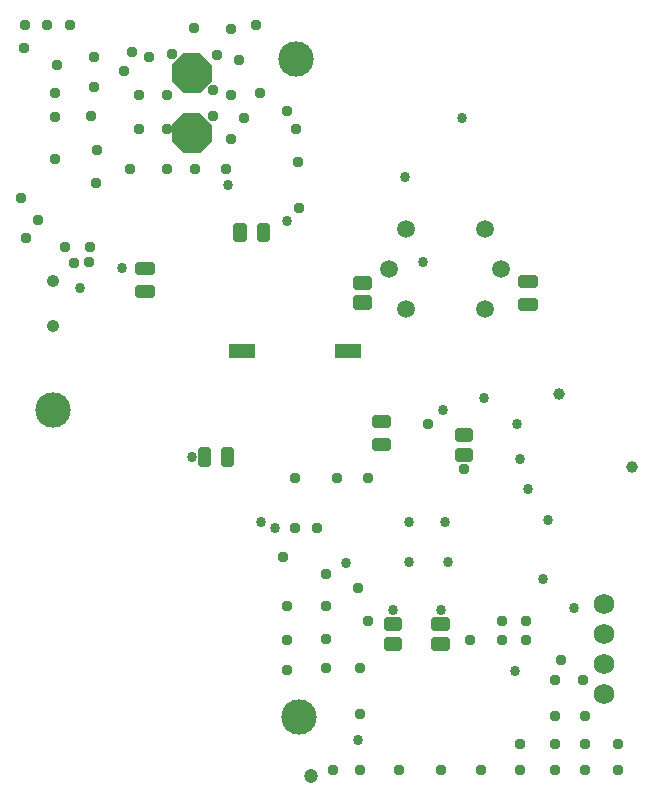
<source format=gbr>
G04 EAGLE Gerber RS-274X export*
G75*
%MOMM*%
%FSLAX34Y34*%
%LPD*%
%INSoldermask Bottom*%
%IPPOS*%
%AMOC8*
5,1,8,0,0,1.08239X$1,22.5*%
G01*
%ADD10C,0.643919*%
%ADD11C,1.511200*%
%ADD12R,2.209800X1.295400*%
%ADD13C,1.003200*%
%ADD14C,1.733200*%
%ADD15P,3.629037X8X22.500000*%
%ADD16C,0.701791*%
%ADD17C,1.053200*%
%ADD18C,1.200000*%
%ADD19C,3.003200*%
%ADD20C,0.859600*%
%ADD21C,0.959600*%

G36*
X308402Y962103D02*
X308402Y962103D01*
X308404Y962101D01*
X308795Y962132D01*
X308799Y962136D01*
X308802Y962133D01*
X309184Y962224D01*
X309188Y962229D01*
X309192Y962227D01*
X309554Y962377D01*
X309557Y962382D01*
X309561Y962380D01*
X309895Y962585D01*
X309897Y962590D01*
X309901Y962590D01*
X310200Y962845D01*
X310201Y962850D01*
X310205Y962850D01*
X310460Y963149D01*
X310461Y963155D01*
X310465Y963155D01*
X310670Y963489D01*
X310669Y963495D01*
X310674Y963496D01*
X310824Y963858D01*
X310823Y963860D01*
X310824Y963860D01*
X310822Y963863D01*
X310822Y963864D01*
X310826Y963866D01*
X310917Y964248D01*
X310915Y964253D01*
X310917Y964254D01*
X310918Y964255D01*
X310949Y964646D01*
X310947Y964649D01*
X310949Y964650D01*
X310949Y970150D01*
X310947Y970152D01*
X310949Y970154D01*
X310918Y970545D01*
X310914Y970549D01*
X310917Y970552D01*
X310826Y970934D01*
X310821Y970938D01*
X310824Y970942D01*
X310674Y971304D01*
X310668Y971307D01*
X310670Y971311D01*
X310465Y971645D01*
X310460Y971647D01*
X310460Y971651D01*
X310205Y971950D01*
X310200Y971951D01*
X310200Y971955D01*
X309901Y972210D01*
X309895Y972211D01*
X309895Y972215D01*
X309561Y972420D01*
X309555Y972419D01*
X309554Y972424D01*
X309192Y972574D01*
X309186Y972572D01*
X309184Y972576D01*
X308802Y972667D01*
X308795Y972664D01*
X308791Y972668D01*
X299600Y972699D01*
X299598Y972697D01*
X299596Y972699D01*
X299205Y972668D01*
X299201Y972664D01*
X299198Y972667D01*
X298816Y972576D01*
X298812Y972571D01*
X298808Y972574D01*
X298446Y972424D01*
X298443Y972418D01*
X298439Y972420D01*
X298105Y972215D01*
X298103Y972210D01*
X298099Y972210D01*
X297800Y971955D01*
X297799Y971950D01*
X297795Y971950D01*
X297540Y971651D01*
X297539Y971645D01*
X297535Y971645D01*
X297330Y971311D01*
X297331Y971305D01*
X297327Y971304D01*
X297177Y970942D01*
X297178Y970936D01*
X297174Y970934D01*
X297083Y970552D01*
X297085Y970547D01*
X297082Y970545D01*
X297051Y970154D01*
X297053Y970151D01*
X297051Y970150D01*
X297051Y964650D01*
X297053Y964648D01*
X297051Y964646D01*
X297082Y964255D01*
X297086Y964251D01*
X297083Y964248D01*
X297174Y963866D01*
X297179Y963862D01*
X297177Y963858D01*
X297327Y963496D01*
X297332Y963493D01*
X297330Y963489D01*
X297535Y963155D01*
X297540Y963153D01*
X297540Y963149D01*
X297795Y962850D01*
X297800Y962849D01*
X297800Y962845D01*
X298099Y962590D01*
X298105Y962589D01*
X298105Y962585D01*
X298439Y962380D01*
X298445Y962381D01*
X298446Y962377D01*
X298808Y962227D01*
X298814Y962228D01*
X298816Y962224D01*
X299198Y962133D01*
X299205Y962136D01*
X299209Y962132D01*
X308400Y962101D01*
X308402Y962103D01*
G37*
G36*
X308402Y945303D02*
X308402Y945303D01*
X308404Y945301D01*
X308795Y945332D01*
X308799Y945336D01*
X308802Y945333D01*
X309184Y945424D01*
X309188Y945429D01*
X309192Y945427D01*
X309554Y945577D01*
X309557Y945582D01*
X309561Y945580D01*
X309895Y945785D01*
X309897Y945790D01*
X309901Y945790D01*
X310200Y946045D01*
X310201Y946050D01*
X310205Y946050D01*
X310460Y946349D01*
X310461Y946355D01*
X310465Y946355D01*
X310670Y946689D01*
X310669Y946695D01*
X310674Y946696D01*
X310824Y947058D01*
X310823Y947060D01*
X310824Y947060D01*
X310822Y947063D01*
X310822Y947064D01*
X310826Y947066D01*
X310917Y947448D01*
X310915Y947453D01*
X310917Y947454D01*
X310918Y947455D01*
X310949Y947846D01*
X310947Y947849D01*
X310949Y947850D01*
X310949Y953350D01*
X310947Y953352D01*
X310949Y953354D01*
X310918Y953745D01*
X310914Y953749D01*
X310917Y953752D01*
X310826Y954134D01*
X310821Y954138D01*
X310824Y954142D01*
X310674Y954504D01*
X310668Y954507D01*
X310670Y954511D01*
X310465Y954845D01*
X310460Y954847D01*
X310460Y954851D01*
X310205Y955150D01*
X310200Y955151D01*
X310200Y955155D01*
X309901Y955410D01*
X309895Y955411D01*
X309895Y955415D01*
X309561Y955620D01*
X309555Y955619D01*
X309554Y955624D01*
X309192Y955774D01*
X309186Y955772D01*
X309184Y955776D01*
X308802Y955867D01*
X308795Y955864D01*
X308791Y955868D01*
X299600Y955899D01*
X299598Y955897D01*
X299596Y955899D01*
X299205Y955868D01*
X299201Y955864D01*
X299198Y955867D01*
X298816Y955776D01*
X298812Y955771D01*
X298808Y955774D01*
X298446Y955624D01*
X298443Y955618D01*
X298439Y955620D01*
X298105Y955415D01*
X298103Y955410D01*
X298099Y955410D01*
X297800Y955155D01*
X297799Y955150D01*
X297795Y955150D01*
X297540Y954851D01*
X297539Y954845D01*
X297535Y954845D01*
X297330Y954511D01*
X297331Y954505D01*
X297327Y954504D01*
X297177Y954142D01*
X297178Y954136D01*
X297174Y954134D01*
X297083Y953752D01*
X297085Y953747D01*
X297082Y953745D01*
X297051Y953354D01*
X297053Y953351D01*
X297051Y953350D01*
X297051Y947850D01*
X297053Y947848D01*
X297051Y947846D01*
X297082Y947455D01*
X297086Y947451D01*
X297083Y947448D01*
X297174Y947066D01*
X297179Y947062D01*
X297177Y947058D01*
X297327Y946696D01*
X297332Y946693D01*
X297330Y946689D01*
X297535Y946355D01*
X297540Y946353D01*
X297540Y946349D01*
X297795Y946050D01*
X297800Y946049D01*
X297800Y946045D01*
X298099Y945790D01*
X298105Y945789D01*
X298105Y945785D01*
X298439Y945580D01*
X298445Y945581D01*
X298446Y945577D01*
X298808Y945427D01*
X298814Y945428D01*
X298816Y945424D01*
X299198Y945333D01*
X299205Y945336D01*
X299209Y945332D01*
X308400Y945301D01*
X308402Y945303D01*
G37*
G36*
X394402Y833103D02*
X394402Y833103D01*
X394404Y833101D01*
X394795Y833132D01*
X394799Y833136D01*
X394802Y833133D01*
X395184Y833224D01*
X395188Y833229D01*
X395192Y833227D01*
X395554Y833377D01*
X395557Y833382D01*
X395561Y833380D01*
X395895Y833585D01*
X395897Y833590D01*
X395901Y833590D01*
X396200Y833845D01*
X396201Y833850D01*
X396205Y833850D01*
X396460Y834149D01*
X396461Y834155D01*
X396465Y834155D01*
X396670Y834489D01*
X396669Y834495D01*
X396674Y834496D01*
X396824Y834858D01*
X396823Y834860D01*
X396824Y834860D01*
X396822Y834863D01*
X396822Y834864D01*
X396826Y834866D01*
X396917Y835248D01*
X396915Y835253D01*
X396917Y835254D01*
X396918Y835255D01*
X396949Y835646D01*
X396947Y835649D01*
X396949Y835650D01*
X396949Y841150D01*
X396947Y841152D01*
X396949Y841154D01*
X396918Y841545D01*
X396914Y841549D01*
X396917Y841552D01*
X396826Y841934D01*
X396821Y841938D01*
X396824Y841942D01*
X396674Y842304D01*
X396668Y842307D01*
X396670Y842311D01*
X396465Y842645D01*
X396460Y842647D01*
X396460Y842651D01*
X396205Y842950D01*
X396200Y842951D01*
X396200Y842955D01*
X395901Y843210D01*
X395895Y843211D01*
X395895Y843215D01*
X395561Y843420D01*
X395555Y843419D01*
X395554Y843424D01*
X395192Y843574D01*
X395186Y843572D01*
X395184Y843576D01*
X394802Y843667D01*
X394795Y843664D01*
X394791Y843668D01*
X385600Y843699D01*
X385598Y843697D01*
X385596Y843699D01*
X385205Y843668D01*
X385201Y843664D01*
X385198Y843667D01*
X384816Y843576D01*
X384812Y843571D01*
X384808Y843574D01*
X384446Y843424D01*
X384443Y843418D01*
X384439Y843420D01*
X384105Y843215D01*
X384103Y843210D01*
X384099Y843210D01*
X383800Y842955D01*
X383799Y842950D01*
X383795Y842950D01*
X383540Y842651D01*
X383539Y842645D01*
X383535Y842645D01*
X383330Y842311D01*
X383331Y842305D01*
X383327Y842304D01*
X383177Y841942D01*
X383178Y841936D01*
X383174Y841934D01*
X383083Y841552D01*
X383085Y841547D01*
X383082Y841545D01*
X383051Y841154D01*
X383053Y841151D01*
X383051Y841150D01*
X383051Y835650D01*
X383053Y835648D01*
X383051Y835646D01*
X383082Y835255D01*
X383086Y835251D01*
X383083Y835248D01*
X383174Y834866D01*
X383179Y834862D01*
X383177Y834858D01*
X383327Y834496D01*
X383332Y834493D01*
X383330Y834489D01*
X383535Y834155D01*
X383540Y834153D01*
X383540Y834149D01*
X383795Y833850D01*
X383800Y833849D01*
X383800Y833845D01*
X384099Y833590D01*
X384105Y833589D01*
X384105Y833585D01*
X384439Y833380D01*
X384445Y833381D01*
X384446Y833377D01*
X384808Y833227D01*
X384814Y833228D01*
X384816Y833224D01*
X385198Y833133D01*
X385205Y833136D01*
X385209Y833132D01*
X394400Y833101D01*
X394402Y833103D01*
G37*
G36*
X394402Y816303D02*
X394402Y816303D01*
X394404Y816301D01*
X394795Y816332D01*
X394799Y816336D01*
X394802Y816333D01*
X395184Y816424D01*
X395188Y816429D01*
X395192Y816427D01*
X395554Y816577D01*
X395557Y816582D01*
X395561Y816580D01*
X395895Y816785D01*
X395897Y816790D01*
X395901Y816790D01*
X396200Y817045D01*
X396201Y817050D01*
X396205Y817050D01*
X396460Y817349D01*
X396461Y817355D01*
X396465Y817355D01*
X396670Y817689D01*
X396669Y817695D01*
X396674Y817696D01*
X396824Y818058D01*
X396823Y818060D01*
X396824Y818060D01*
X396822Y818063D01*
X396822Y818064D01*
X396826Y818066D01*
X396917Y818448D01*
X396915Y818453D01*
X396917Y818454D01*
X396918Y818455D01*
X396949Y818846D01*
X396947Y818849D01*
X396949Y818850D01*
X396949Y824350D01*
X396947Y824352D01*
X396949Y824354D01*
X396918Y824745D01*
X396914Y824749D01*
X396917Y824752D01*
X396826Y825134D01*
X396821Y825138D01*
X396824Y825142D01*
X396674Y825504D01*
X396668Y825507D01*
X396670Y825511D01*
X396465Y825845D01*
X396460Y825847D01*
X396460Y825851D01*
X396205Y826150D01*
X396200Y826151D01*
X396200Y826155D01*
X395901Y826410D01*
X395895Y826411D01*
X395895Y826415D01*
X395561Y826620D01*
X395555Y826619D01*
X395554Y826624D01*
X395192Y826774D01*
X395186Y826772D01*
X395184Y826776D01*
X394802Y826867D01*
X394795Y826864D01*
X394791Y826868D01*
X385600Y826899D01*
X385598Y826897D01*
X385596Y826899D01*
X385205Y826868D01*
X385201Y826864D01*
X385198Y826867D01*
X384816Y826776D01*
X384812Y826771D01*
X384808Y826774D01*
X384446Y826624D01*
X384443Y826618D01*
X384439Y826620D01*
X384105Y826415D01*
X384103Y826410D01*
X384099Y826410D01*
X383800Y826155D01*
X383799Y826150D01*
X383795Y826150D01*
X383540Y825851D01*
X383539Y825845D01*
X383535Y825845D01*
X383330Y825511D01*
X383331Y825505D01*
X383327Y825504D01*
X383177Y825142D01*
X383178Y825136D01*
X383174Y825134D01*
X383083Y824752D01*
X383085Y824747D01*
X383082Y824745D01*
X383051Y824354D01*
X383053Y824351D01*
X383051Y824350D01*
X383051Y818850D01*
X383053Y818848D01*
X383051Y818846D01*
X383082Y818455D01*
X383086Y818451D01*
X383083Y818448D01*
X383174Y818066D01*
X383179Y818062D01*
X383177Y818058D01*
X383327Y817696D01*
X383332Y817693D01*
X383330Y817689D01*
X383535Y817355D01*
X383540Y817353D01*
X383540Y817349D01*
X383795Y817050D01*
X383800Y817049D01*
X383800Y817045D01*
X384099Y816790D01*
X384105Y816789D01*
X384105Y816785D01*
X384439Y816580D01*
X384445Y816581D01*
X384446Y816577D01*
X384808Y816427D01*
X384814Y816428D01*
X384816Y816424D01*
X385198Y816333D01*
X385205Y816336D01*
X385209Y816332D01*
X394400Y816301D01*
X394402Y816303D01*
G37*
G36*
X334402Y673103D02*
X334402Y673103D01*
X334404Y673101D01*
X334795Y673132D01*
X334799Y673136D01*
X334802Y673133D01*
X335184Y673224D01*
X335188Y673229D01*
X335192Y673227D01*
X335554Y673377D01*
X335557Y673382D01*
X335561Y673380D01*
X335895Y673585D01*
X335897Y673590D01*
X335901Y673590D01*
X336200Y673845D01*
X336201Y673850D01*
X336205Y673850D01*
X336460Y674149D01*
X336461Y674155D01*
X336465Y674155D01*
X336670Y674489D01*
X336669Y674495D01*
X336674Y674496D01*
X336824Y674858D01*
X336823Y674860D01*
X336824Y674860D01*
X336822Y674863D01*
X336822Y674864D01*
X336826Y674866D01*
X336917Y675248D01*
X336915Y675253D01*
X336917Y675254D01*
X336918Y675255D01*
X336949Y675646D01*
X336947Y675649D01*
X336949Y675650D01*
X336949Y681150D01*
X336947Y681152D01*
X336949Y681154D01*
X336918Y681545D01*
X336914Y681549D01*
X336917Y681552D01*
X336826Y681934D01*
X336821Y681938D01*
X336824Y681942D01*
X336674Y682304D01*
X336668Y682307D01*
X336670Y682311D01*
X336465Y682645D01*
X336460Y682647D01*
X336460Y682651D01*
X336205Y682950D01*
X336200Y682951D01*
X336200Y682955D01*
X335901Y683210D01*
X335895Y683211D01*
X335895Y683215D01*
X335561Y683420D01*
X335555Y683419D01*
X335554Y683424D01*
X335192Y683574D01*
X335186Y683572D01*
X335184Y683576D01*
X334802Y683667D01*
X334795Y683664D01*
X334791Y683668D01*
X325600Y683699D01*
X325598Y683697D01*
X325596Y683699D01*
X325205Y683668D01*
X325201Y683664D01*
X325198Y683667D01*
X324816Y683576D01*
X324812Y683571D01*
X324808Y683574D01*
X324446Y683424D01*
X324443Y683418D01*
X324439Y683420D01*
X324105Y683215D01*
X324103Y683210D01*
X324099Y683210D01*
X323800Y682955D01*
X323799Y682950D01*
X323795Y682950D01*
X323540Y682651D01*
X323539Y682645D01*
X323535Y682645D01*
X323330Y682311D01*
X323331Y682305D01*
X323327Y682304D01*
X323177Y681942D01*
X323178Y681936D01*
X323174Y681934D01*
X323083Y681552D01*
X323085Y681547D01*
X323082Y681545D01*
X323051Y681154D01*
X323053Y681151D01*
X323051Y681150D01*
X323051Y675650D01*
X323053Y675648D01*
X323051Y675646D01*
X323082Y675255D01*
X323086Y675251D01*
X323083Y675248D01*
X323174Y674866D01*
X323179Y674862D01*
X323177Y674858D01*
X323327Y674496D01*
X323332Y674493D01*
X323330Y674489D01*
X323535Y674155D01*
X323540Y674153D01*
X323540Y674149D01*
X323795Y673850D01*
X323800Y673849D01*
X323800Y673845D01*
X324099Y673590D01*
X324105Y673589D01*
X324105Y673585D01*
X324439Y673380D01*
X324445Y673381D01*
X324446Y673377D01*
X324808Y673227D01*
X324814Y673228D01*
X324816Y673224D01*
X325198Y673133D01*
X325205Y673136D01*
X325209Y673132D01*
X334400Y673101D01*
X334402Y673103D01*
G37*
G36*
X374402Y673103D02*
X374402Y673103D01*
X374404Y673101D01*
X374795Y673132D01*
X374799Y673136D01*
X374802Y673133D01*
X375184Y673224D01*
X375188Y673229D01*
X375192Y673227D01*
X375554Y673377D01*
X375557Y673382D01*
X375561Y673380D01*
X375895Y673585D01*
X375897Y673590D01*
X375901Y673590D01*
X376200Y673845D01*
X376201Y673850D01*
X376205Y673850D01*
X376460Y674149D01*
X376461Y674155D01*
X376465Y674155D01*
X376670Y674489D01*
X376669Y674495D01*
X376674Y674496D01*
X376824Y674858D01*
X376823Y674860D01*
X376824Y674860D01*
X376822Y674863D01*
X376822Y674864D01*
X376826Y674866D01*
X376917Y675248D01*
X376915Y675253D01*
X376917Y675254D01*
X376918Y675255D01*
X376949Y675646D01*
X376947Y675649D01*
X376949Y675650D01*
X376949Y681150D01*
X376947Y681152D01*
X376949Y681154D01*
X376918Y681545D01*
X376914Y681549D01*
X376917Y681552D01*
X376826Y681934D01*
X376821Y681938D01*
X376824Y681942D01*
X376674Y682304D01*
X376668Y682307D01*
X376670Y682311D01*
X376465Y682645D01*
X376460Y682647D01*
X376460Y682651D01*
X376205Y682950D01*
X376200Y682951D01*
X376200Y682955D01*
X375901Y683210D01*
X375895Y683211D01*
X375895Y683215D01*
X375561Y683420D01*
X375555Y683419D01*
X375554Y683424D01*
X375192Y683574D01*
X375186Y683572D01*
X375184Y683576D01*
X374802Y683667D01*
X374795Y683664D01*
X374791Y683668D01*
X365600Y683699D01*
X365598Y683697D01*
X365596Y683699D01*
X365205Y683668D01*
X365201Y683664D01*
X365198Y683667D01*
X364816Y683576D01*
X364812Y683571D01*
X364808Y683574D01*
X364446Y683424D01*
X364443Y683418D01*
X364439Y683420D01*
X364105Y683215D01*
X364103Y683210D01*
X364099Y683210D01*
X363800Y682955D01*
X363799Y682950D01*
X363795Y682950D01*
X363540Y682651D01*
X363539Y682645D01*
X363535Y682645D01*
X363330Y682311D01*
X363331Y682305D01*
X363327Y682304D01*
X363177Y681942D01*
X363178Y681936D01*
X363174Y681934D01*
X363083Y681552D01*
X363085Y681547D01*
X363082Y681545D01*
X363051Y681154D01*
X363053Y681151D01*
X363051Y681150D01*
X363051Y675650D01*
X363053Y675648D01*
X363051Y675646D01*
X363082Y675255D01*
X363086Y675251D01*
X363083Y675248D01*
X363174Y674866D01*
X363179Y674862D01*
X363177Y674858D01*
X363327Y674496D01*
X363332Y674493D01*
X363330Y674489D01*
X363535Y674155D01*
X363540Y674153D01*
X363540Y674149D01*
X363795Y673850D01*
X363800Y673849D01*
X363800Y673845D01*
X364099Y673590D01*
X364105Y673589D01*
X364105Y673585D01*
X364439Y673380D01*
X364445Y673381D01*
X364446Y673377D01*
X364808Y673227D01*
X364814Y673228D01*
X364816Y673224D01*
X365198Y673133D01*
X365205Y673136D01*
X365209Y673132D01*
X374400Y673101D01*
X374402Y673103D01*
G37*
G36*
X334402Y656303D02*
X334402Y656303D01*
X334404Y656301D01*
X334795Y656332D01*
X334799Y656336D01*
X334802Y656333D01*
X335184Y656424D01*
X335188Y656429D01*
X335192Y656427D01*
X335554Y656577D01*
X335557Y656582D01*
X335561Y656580D01*
X335895Y656785D01*
X335897Y656790D01*
X335901Y656790D01*
X336200Y657045D01*
X336201Y657050D01*
X336205Y657050D01*
X336460Y657349D01*
X336461Y657355D01*
X336465Y657355D01*
X336670Y657689D01*
X336669Y657695D01*
X336674Y657696D01*
X336824Y658058D01*
X336823Y658060D01*
X336824Y658060D01*
X336822Y658063D01*
X336822Y658064D01*
X336826Y658066D01*
X336917Y658448D01*
X336915Y658453D01*
X336917Y658454D01*
X336918Y658455D01*
X336949Y658846D01*
X336947Y658849D01*
X336949Y658850D01*
X336949Y664350D01*
X336947Y664352D01*
X336949Y664354D01*
X336918Y664745D01*
X336914Y664749D01*
X336917Y664752D01*
X336826Y665134D01*
X336821Y665138D01*
X336824Y665142D01*
X336674Y665504D01*
X336668Y665507D01*
X336670Y665511D01*
X336465Y665845D01*
X336460Y665847D01*
X336460Y665851D01*
X336205Y666150D01*
X336200Y666151D01*
X336200Y666155D01*
X335901Y666410D01*
X335895Y666411D01*
X335895Y666415D01*
X335561Y666620D01*
X335555Y666619D01*
X335554Y666624D01*
X335192Y666774D01*
X335186Y666772D01*
X335184Y666776D01*
X334802Y666867D01*
X334795Y666864D01*
X334791Y666868D01*
X325600Y666899D01*
X325598Y666897D01*
X325596Y666899D01*
X325205Y666868D01*
X325201Y666864D01*
X325198Y666867D01*
X324816Y666776D01*
X324812Y666771D01*
X324808Y666774D01*
X324446Y666624D01*
X324443Y666618D01*
X324439Y666620D01*
X324105Y666415D01*
X324103Y666410D01*
X324099Y666410D01*
X323800Y666155D01*
X323799Y666150D01*
X323795Y666150D01*
X323540Y665851D01*
X323539Y665845D01*
X323535Y665845D01*
X323330Y665511D01*
X323331Y665505D01*
X323327Y665504D01*
X323177Y665142D01*
X323178Y665136D01*
X323174Y665134D01*
X323083Y664752D01*
X323085Y664747D01*
X323082Y664745D01*
X323051Y664354D01*
X323053Y664351D01*
X323051Y664350D01*
X323051Y658850D01*
X323053Y658848D01*
X323051Y658846D01*
X323082Y658455D01*
X323086Y658451D01*
X323083Y658448D01*
X323174Y658066D01*
X323179Y658062D01*
X323177Y658058D01*
X323327Y657696D01*
X323332Y657693D01*
X323330Y657689D01*
X323535Y657355D01*
X323540Y657353D01*
X323540Y657349D01*
X323795Y657050D01*
X323800Y657049D01*
X323800Y657045D01*
X324099Y656790D01*
X324105Y656789D01*
X324105Y656785D01*
X324439Y656580D01*
X324445Y656581D01*
X324446Y656577D01*
X324808Y656427D01*
X324814Y656428D01*
X324816Y656424D01*
X325198Y656333D01*
X325205Y656336D01*
X325209Y656332D01*
X334400Y656301D01*
X334402Y656303D01*
G37*
G36*
X374402Y656303D02*
X374402Y656303D01*
X374404Y656301D01*
X374795Y656332D01*
X374799Y656336D01*
X374802Y656333D01*
X375184Y656424D01*
X375188Y656429D01*
X375192Y656427D01*
X375554Y656577D01*
X375557Y656582D01*
X375561Y656580D01*
X375895Y656785D01*
X375897Y656790D01*
X375901Y656790D01*
X376200Y657045D01*
X376201Y657050D01*
X376205Y657050D01*
X376460Y657349D01*
X376461Y657355D01*
X376465Y657355D01*
X376670Y657689D01*
X376669Y657695D01*
X376674Y657696D01*
X376824Y658058D01*
X376823Y658060D01*
X376824Y658060D01*
X376822Y658063D01*
X376822Y658064D01*
X376826Y658066D01*
X376917Y658448D01*
X376915Y658453D01*
X376917Y658454D01*
X376918Y658455D01*
X376949Y658846D01*
X376947Y658849D01*
X376949Y658850D01*
X376949Y664350D01*
X376947Y664352D01*
X376949Y664354D01*
X376918Y664745D01*
X376914Y664749D01*
X376917Y664752D01*
X376826Y665134D01*
X376821Y665138D01*
X376824Y665142D01*
X376674Y665504D01*
X376668Y665507D01*
X376670Y665511D01*
X376465Y665845D01*
X376460Y665847D01*
X376460Y665851D01*
X376205Y666150D01*
X376200Y666151D01*
X376200Y666155D01*
X375901Y666410D01*
X375895Y666411D01*
X375895Y666415D01*
X375561Y666620D01*
X375555Y666619D01*
X375554Y666624D01*
X375192Y666774D01*
X375186Y666772D01*
X375184Y666776D01*
X374802Y666867D01*
X374795Y666864D01*
X374791Y666868D01*
X365600Y666899D01*
X365598Y666897D01*
X365596Y666899D01*
X365205Y666868D01*
X365201Y666864D01*
X365198Y666867D01*
X364816Y666776D01*
X364812Y666771D01*
X364808Y666774D01*
X364446Y666624D01*
X364443Y666618D01*
X364439Y666620D01*
X364105Y666415D01*
X364103Y666410D01*
X364099Y666410D01*
X363800Y666155D01*
X363799Y666150D01*
X363795Y666150D01*
X363540Y665851D01*
X363539Y665845D01*
X363535Y665845D01*
X363330Y665511D01*
X363331Y665505D01*
X363327Y665504D01*
X363177Y665142D01*
X363178Y665136D01*
X363174Y665134D01*
X363083Y664752D01*
X363085Y664747D01*
X363082Y664745D01*
X363051Y664354D01*
X363053Y664351D01*
X363051Y664350D01*
X363051Y658850D01*
X363053Y658848D01*
X363051Y658846D01*
X363082Y658455D01*
X363086Y658451D01*
X363083Y658448D01*
X363174Y658066D01*
X363179Y658062D01*
X363177Y658058D01*
X363327Y657696D01*
X363332Y657693D01*
X363330Y657689D01*
X363535Y657355D01*
X363540Y657353D01*
X363540Y657349D01*
X363795Y657050D01*
X363800Y657049D01*
X363800Y657045D01*
X364099Y656790D01*
X364105Y656789D01*
X364105Y656785D01*
X364439Y656580D01*
X364445Y656581D01*
X364446Y656577D01*
X364808Y656427D01*
X364814Y656428D01*
X364816Y656424D01*
X365198Y656333D01*
X365205Y656336D01*
X365209Y656332D01*
X374400Y656301D01*
X374402Y656303D01*
G37*
G36*
X202402Y1002853D02*
X202402Y1002853D01*
X202404Y1002851D01*
X202748Y1002878D01*
X202752Y1002882D01*
X202756Y1002879D01*
X203092Y1002960D01*
X203095Y1002965D01*
X203099Y1002963D01*
X203418Y1003095D01*
X203421Y1003100D01*
X203425Y1003098D01*
X203719Y1003278D01*
X203721Y1003283D01*
X203725Y1003283D01*
X203988Y1003507D01*
X203989Y1003512D01*
X203994Y1003512D01*
X204218Y1003775D01*
X204218Y1003781D01*
X204222Y1003781D01*
X204402Y1004075D01*
X204401Y1004081D01*
X204406Y1004082D01*
X204538Y1004401D01*
X204536Y1004407D01*
X204540Y1004408D01*
X204621Y1004744D01*
X204617Y1004752D01*
X204622Y1004756D01*
X204649Y1014900D01*
X204647Y1014902D01*
X204649Y1014904D01*
X204622Y1015248D01*
X204618Y1015252D01*
X204621Y1015256D01*
X204540Y1015592D01*
X204535Y1015595D01*
X204538Y1015599D01*
X204406Y1015918D01*
X204400Y1015921D01*
X204402Y1015925D01*
X204222Y1016219D01*
X204217Y1016221D01*
X204218Y1016225D01*
X203994Y1016488D01*
X203988Y1016489D01*
X203988Y1016494D01*
X203725Y1016718D01*
X203719Y1016718D01*
X203719Y1016722D01*
X203425Y1016902D01*
X203419Y1016901D01*
X203418Y1016906D01*
X203099Y1017038D01*
X203093Y1017036D01*
X203092Y1017040D01*
X202756Y1017121D01*
X202750Y1017119D01*
X202748Y1017122D01*
X202404Y1017149D01*
X202401Y1017148D01*
X202400Y1017149D01*
X198100Y1017149D01*
X198098Y1017147D01*
X198096Y1017149D01*
X197752Y1017122D01*
X197748Y1017118D01*
X197744Y1017121D01*
X197408Y1017040D01*
X197405Y1017035D01*
X197401Y1017038D01*
X197082Y1016906D01*
X197079Y1016900D01*
X197075Y1016902D01*
X196781Y1016722D01*
X196779Y1016717D01*
X196775Y1016718D01*
X196512Y1016494D01*
X196511Y1016488D01*
X196507Y1016488D01*
X196283Y1016225D01*
X196282Y1016219D01*
X196278Y1016219D01*
X196098Y1015925D01*
X196099Y1015919D01*
X196095Y1015918D01*
X195963Y1015599D01*
X195964Y1015593D01*
X195960Y1015592D01*
X195879Y1015256D01*
X195883Y1015248D01*
X195878Y1015244D01*
X195851Y1005100D01*
X195853Y1005098D01*
X195851Y1005096D01*
X195878Y1004752D01*
X195882Y1004748D01*
X195879Y1004744D01*
X195960Y1004408D01*
X195965Y1004405D01*
X195963Y1004401D01*
X196095Y1004082D01*
X196100Y1004079D01*
X196098Y1004075D01*
X196278Y1003781D01*
X196283Y1003779D01*
X196283Y1003775D01*
X196507Y1003512D01*
X196512Y1003511D01*
X196512Y1003507D01*
X196775Y1003283D01*
X196781Y1003282D01*
X196781Y1003278D01*
X197075Y1003098D01*
X197081Y1003099D01*
X197082Y1003095D01*
X197401Y1002963D01*
X197407Y1002964D01*
X197408Y1002960D01*
X197744Y1002879D01*
X197750Y1002881D01*
X197752Y1002878D01*
X198096Y1002851D01*
X198099Y1002853D01*
X198100Y1002851D01*
X202400Y1002851D01*
X202402Y1002853D01*
G37*
G36*
X221902Y1002853D02*
X221902Y1002853D01*
X221904Y1002851D01*
X222248Y1002878D01*
X222252Y1002882D01*
X222256Y1002879D01*
X222592Y1002960D01*
X222595Y1002965D01*
X222599Y1002963D01*
X222918Y1003095D01*
X222921Y1003100D01*
X222925Y1003098D01*
X223219Y1003278D01*
X223221Y1003283D01*
X223225Y1003283D01*
X223488Y1003507D01*
X223489Y1003512D01*
X223494Y1003512D01*
X223718Y1003775D01*
X223718Y1003781D01*
X223722Y1003781D01*
X223902Y1004075D01*
X223901Y1004081D01*
X223906Y1004082D01*
X224038Y1004401D01*
X224036Y1004407D01*
X224040Y1004408D01*
X224121Y1004744D01*
X224117Y1004752D01*
X224122Y1004756D01*
X224149Y1014900D01*
X224147Y1014902D01*
X224149Y1014904D01*
X224122Y1015248D01*
X224118Y1015252D01*
X224121Y1015256D01*
X224040Y1015592D01*
X224035Y1015595D01*
X224038Y1015599D01*
X223906Y1015918D01*
X223900Y1015921D01*
X223902Y1015925D01*
X223722Y1016219D01*
X223717Y1016221D01*
X223718Y1016225D01*
X223494Y1016488D01*
X223488Y1016489D01*
X223488Y1016494D01*
X223225Y1016718D01*
X223219Y1016718D01*
X223219Y1016722D01*
X222925Y1016902D01*
X222919Y1016901D01*
X222918Y1016906D01*
X222599Y1017038D01*
X222593Y1017036D01*
X222592Y1017040D01*
X222256Y1017121D01*
X222250Y1017119D01*
X222248Y1017122D01*
X221904Y1017149D01*
X221901Y1017148D01*
X221900Y1017149D01*
X217600Y1017149D01*
X217598Y1017147D01*
X217596Y1017149D01*
X217252Y1017122D01*
X217248Y1017118D01*
X217244Y1017121D01*
X216908Y1017040D01*
X216905Y1017035D01*
X216901Y1017038D01*
X216582Y1016906D01*
X216579Y1016900D01*
X216575Y1016902D01*
X216281Y1016722D01*
X216279Y1016717D01*
X216275Y1016718D01*
X216012Y1016494D01*
X216011Y1016488D01*
X216007Y1016488D01*
X215783Y1016225D01*
X215782Y1016219D01*
X215778Y1016219D01*
X215598Y1015925D01*
X215599Y1015919D01*
X215595Y1015918D01*
X215463Y1015599D01*
X215464Y1015593D01*
X215460Y1015592D01*
X215379Y1015256D01*
X215383Y1015248D01*
X215378Y1015244D01*
X215351Y1005100D01*
X215353Y1005098D01*
X215351Y1005096D01*
X215378Y1004752D01*
X215382Y1004748D01*
X215379Y1004744D01*
X215460Y1004408D01*
X215465Y1004405D01*
X215463Y1004401D01*
X215595Y1004082D01*
X215600Y1004079D01*
X215598Y1004075D01*
X215778Y1003781D01*
X215783Y1003779D01*
X215783Y1003775D01*
X216007Y1003512D01*
X216012Y1003511D01*
X216012Y1003507D01*
X216275Y1003283D01*
X216281Y1003282D01*
X216281Y1003278D01*
X216575Y1003098D01*
X216581Y1003099D01*
X216582Y1003095D01*
X216901Y1002963D01*
X216907Y1002964D01*
X216908Y1002960D01*
X217244Y1002879D01*
X217250Y1002881D01*
X217252Y1002878D01*
X217596Y1002851D01*
X217599Y1002853D01*
X217600Y1002851D01*
X221900Y1002851D01*
X221902Y1002853D01*
G37*
G36*
X124902Y975353D02*
X124902Y975353D01*
X124904Y975351D01*
X125248Y975378D01*
X125252Y975382D01*
X125256Y975379D01*
X125592Y975460D01*
X125595Y975465D01*
X125599Y975463D01*
X125918Y975595D01*
X125921Y975600D01*
X125925Y975598D01*
X126219Y975778D01*
X126221Y975783D01*
X126225Y975783D01*
X126488Y976007D01*
X126489Y976012D01*
X126494Y976012D01*
X126718Y976275D01*
X126718Y976281D01*
X126722Y976281D01*
X126902Y976575D01*
X126901Y976581D01*
X126906Y976582D01*
X127038Y976901D01*
X127036Y976907D01*
X127040Y976908D01*
X127121Y977244D01*
X127119Y977250D01*
X127122Y977252D01*
X127149Y977596D01*
X127148Y977599D01*
X127149Y977600D01*
X127149Y981900D01*
X127147Y981902D01*
X127149Y981904D01*
X127122Y982248D01*
X127118Y982252D01*
X127121Y982256D01*
X127040Y982592D01*
X127035Y982595D01*
X127038Y982599D01*
X126906Y982918D01*
X126900Y982921D01*
X126902Y982925D01*
X126722Y983219D01*
X126717Y983221D01*
X126718Y983225D01*
X126494Y983488D01*
X126488Y983489D01*
X126488Y983494D01*
X126225Y983718D01*
X126219Y983718D01*
X126219Y983722D01*
X125925Y983902D01*
X125919Y983901D01*
X125918Y983906D01*
X125599Y984038D01*
X125593Y984036D01*
X125592Y984040D01*
X125256Y984121D01*
X125248Y984117D01*
X125244Y984122D01*
X115100Y984149D01*
X115098Y984147D01*
X115096Y984149D01*
X114752Y984122D01*
X114748Y984118D01*
X114744Y984121D01*
X114408Y984040D01*
X114405Y984035D01*
X114401Y984038D01*
X114082Y983906D01*
X114079Y983900D01*
X114075Y983902D01*
X113781Y983722D01*
X113779Y983717D01*
X113775Y983718D01*
X113512Y983494D01*
X113511Y983488D01*
X113507Y983488D01*
X113283Y983225D01*
X113282Y983219D01*
X113278Y983219D01*
X113098Y982925D01*
X113099Y982919D01*
X113095Y982918D01*
X112963Y982599D01*
X112964Y982593D01*
X112960Y982592D01*
X112879Y982256D01*
X112881Y982250D01*
X112878Y982248D01*
X112851Y981904D01*
X112853Y981901D01*
X112851Y981900D01*
X112851Y977600D01*
X112853Y977598D01*
X112851Y977596D01*
X112878Y977252D01*
X112882Y977248D01*
X112879Y977244D01*
X112960Y976908D01*
X112965Y976905D01*
X112963Y976901D01*
X113095Y976582D01*
X113100Y976579D01*
X113098Y976575D01*
X113278Y976281D01*
X113283Y976279D01*
X113283Y976275D01*
X113507Y976012D01*
X113512Y976011D01*
X113512Y976007D01*
X113775Y975783D01*
X113781Y975782D01*
X113781Y975778D01*
X114075Y975598D01*
X114081Y975599D01*
X114082Y975595D01*
X114401Y975463D01*
X114407Y975464D01*
X114408Y975460D01*
X114744Y975379D01*
X114752Y975383D01*
X114756Y975378D01*
X124900Y975351D01*
X124902Y975353D01*
G37*
G36*
X448902Y964353D02*
X448902Y964353D01*
X448904Y964351D01*
X449248Y964378D01*
X449252Y964382D01*
X449256Y964379D01*
X449592Y964460D01*
X449595Y964465D01*
X449599Y964463D01*
X449918Y964595D01*
X449921Y964600D01*
X449925Y964598D01*
X450219Y964778D01*
X450221Y964783D01*
X450225Y964783D01*
X450488Y965007D01*
X450489Y965012D01*
X450494Y965012D01*
X450718Y965275D01*
X450718Y965281D01*
X450722Y965281D01*
X450902Y965575D01*
X450901Y965581D01*
X450906Y965582D01*
X451038Y965901D01*
X451036Y965907D01*
X451040Y965908D01*
X451121Y966244D01*
X451119Y966250D01*
X451122Y966252D01*
X451149Y966596D01*
X451148Y966599D01*
X451149Y966600D01*
X451149Y970900D01*
X451147Y970902D01*
X451149Y970904D01*
X451122Y971248D01*
X451118Y971252D01*
X451121Y971256D01*
X451040Y971592D01*
X451035Y971595D01*
X451038Y971599D01*
X450906Y971918D01*
X450900Y971921D01*
X450902Y971925D01*
X450722Y972219D01*
X450717Y972221D01*
X450718Y972225D01*
X450494Y972488D01*
X450488Y972489D01*
X450488Y972494D01*
X450225Y972718D01*
X450219Y972718D01*
X450219Y972722D01*
X449925Y972902D01*
X449919Y972901D01*
X449918Y972906D01*
X449599Y973038D01*
X449593Y973036D01*
X449592Y973040D01*
X449256Y973121D01*
X449248Y973117D01*
X449244Y973122D01*
X439100Y973149D01*
X439098Y973147D01*
X439096Y973149D01*
X438752Y973122D01*
X438748Y973118D01*
X438744Y973121D01*
X438408Y973040D01*
X438405Y973035D01*
X438401Y973038D01*
X438082Y972906D01*
X438079Y972900D01*
X438075Y972902D01*
X437781Y972722D01*
X437779Y972717D01*
X437775Y972718D01*
X437512Y972494D01*
X437511Y972488D01*
X437507Y972488D01*
X437283Y972225D01*
X437282Y972219D01*
X437278Y972219D01*
X437098Y971925D01*
X437099Y971919D01*
X437095Y971918D01*
X436963Y971599D01*
X436964Y971593D01*
X436960Y971592D01*
X436879Y971256D01*
X436881Y971250D01*
X436878Y971248D01*
X436851Y970904D01*
X436853Y970901D01*
X436851Y970900D01*
X436851Y966600D01*
X436853Y966598D01*
X436851Y966596D01*
X436878Y966252D01*
X436882Y966248D01*
X436879Y966244D01*
X436960Y965908D01*
X436965Y965905D01*
X436963Y965901D01*
X437095Y965582D01*
X437100Y965579D01*
X437098Y965575D01*
X437278Y965281D01*
X437283Y965279D01*
X437283Y965275D01*
X437507Y965012D01*
X437512Y965011D01*
X437512Y965007D01*
X437775Y964783D01*
X437781Y964782D01*
X437781Y964778D01*
X438075Y964598D01*
X438081Y964599D01*
X438082Y964595D01*
X438401Y964463D01*
X438407Y964464D01*
X438408Y964460D01*
X438744Y964379D01*
X438752Y964383D01*
X438756Y964378D01*
X448900Y964351D01*
X448902Y964353D01*
G37*
G36*
X124902Y955853D02*
X124902Y955853D01*
X124904Y955851D01*
X125248Y955878D01*
X125252Y955882D01*
X125256Y955879D01*
X125592Y955960D01*
X125595Y955965D01*
X125599Y955963D01*
X125918Y956095D01*
X125921Y956100D01*
X125925Y956098D01*
X126219Y956278D01*
X126221Y956283D01*
X126225Y956283D01*
X126488Y956507D01*
X126489Y956512D01*
X126494Y956512D01*
X126718Y956775D01*
X126718Y956781D01*
X126722Y956781D01*
X126902Y957075D01*
X126901Y957081D01*
X126906Y957082D01*
X127038Y957401D01*
X127036Y957407D01*
X127040Y957408D01*
X127121Y957744D01*
X127119Y957750D01*
X127122Y957752D01*
X127149Y958096D01*
X127148Y958099D01*
X127149Y958100D01*
X127149Y962400D01*
X127147Y962402D01*
X127149Y962404D01*
X127122Y962748D01*
X127118Y962752D01*
X127121Y962756D01*
X127040Y963092D01*
X127035Y963095D01*
X127038Y963099D01*
X126906Y963418D01*
X126900Y963421D01*
X126902Y963425D01*
X126722Y963719D01*
X126717Y963721D01*
X126718Y963725D01*
X126494Y963988D01*
X126488Y963989D01*
X126488Y963994D01*
X126225Y964218D01*
X126219Y964218D01*
X126219Y964222D01*
X125925Y964402D01*
X125919Y964401D01*
X125918Y964406D01*
X125599Y964538D01*
X125593Y964536D01*
X125592Y964540D01*
X125256Y964621D01*
X125248Y964617D01*
X125244Y964622D01*
X115100Y964649D01*
X115098Y964647D01*
X115096Y964649D01*
X114752Y964622D01*
X114748Y964618D01*
X114744Y964621D01*
X114408Y964540D01*
X114405Y964535D01*
X114401Y964538D01*
X114082Y964406D01*
X114079Y964400D01*
X114075Y964402D01*
X113781Y964222D01*
X113779Y964217D01*
X113775Y964218D01*
X113512Y963994D01*
X113511Y963988D01*
X113507Y963988D01*
X113283Y963725D01*
X113282Y963719D01*
X113278Y963719D01*
X113098Y963425D01*
X113099Y963419D01*
X113095Y963418D01*
X112963Y963099D01*
X112964Y963093D01*
X112960Y963092D01*
X112879Y962756D01*
X112881Y962750D01*
X112878Y962748D01*
X112851Y962404D01*
X112853Y962401D01*
X112851Y962400D01*
X112851Y958100D01*
X112853Y958098D01*
X112851Y958096D01*
X112878Y957752D01*
X112882Y957748D01*
X112879Y957744D01*
X112960Y957408D01*
X112965Y957405D01*
X112963Y957401D01*
X113095Y957082D01*
X113100Y957079D01*
X113098Y957075D01*
X113278Y956781D01*
X113283Y956779D01*
X113283Y956775D01*
X113507Y956512D01*
X113512Y956511D01*
X113512Y956507D01*
X113775Y956283D01*
X113781Y956282D01*
X113781Y956278D01*
X114075Y956098D01*
X114081Y956099D01*
X114082Y956095D01*
X114401Y955963D01*
X114407Y955964D01*
X114408Y955960D01*
X114744Y955879D01*
X114752Y955883D01*
X114756Y955878D01*
X124900Y955851D01*
X124902Y955853D01*
G37*
G36*
X448902Y944853D02*
X448902Y944853D01*
X448904Y944851D01*
X449248Y944878D01*
X449252Y944882D01*
X449256Y944879D01*
X449592Y944960D01*
X449595Y944965D01*
X449599Y944963D01*
X449918Y945095D01*
X449921Y945100D01*
X449925Y945098D01*
X450219Y945278D01*
X450221Y945283D01*
X450225Y945283D01*
X450488Y945507D01*
X450489Y945512D01*
X450494Y945512D01*
X450718Y945775D01*
X450718Y945781D01*
X450722Y945781D01*
X450902Y946075D01*
X450901Y946081D01*
X450906Y946082D01*
X451038Y946401D01*
X451036Y946407D01*
X451040Y946408D01*
X451121Y946744D01*
X451119Y946750D01*
X451122Y946752D01*
X451149Y947096D01*
X451148Y947099D01*
X451149Y947100D01*
X451149Y951400D01*
X451147Y951402D01*
X451149Y951404D01*
X451122Y951748D01*
X451118Y951752D01*
X451121Y951756D01*
X451040Y952092D01*
X451035Y952095D01*
X451038Y952099D01*
X450906Y952418D01*
X450900Y952421D01*
X450902Y952425D01*
X450722Y952719D01*
X450717Y952721D01*
X450718Y952725D01*
X450494Y952988D01*
X450488Y952989D01*
X450488Y952994D01*
X450225Y953218D01*
X450219Y953218D01*
X450219Y953222D01*
X449925Y953402D01*
X449919Y953401D01*
X449918Y953406D01*
X449599Y953538D01*
X449593Y953536D01*
X449592Y953540D01*
X449256Y953621D01*
X449248Y953617D01*
X449244Y953622D01*
X439100Y953649D01*
X439098Y953647D01*
X439096Y953649D01*
X438752Y953622D01*
X438748Y953618D01*
X438744Y953621D01*
X438408Y953540D01*
X438405Y953535D01*
X438401Y953538D01*
X438082Y953406D01*
X438079Y953400D01*
X438075Y953402D01*
X437781Y953222D01*
X437779Y953217D01*
X437775Y953218D01*
X437512Y952994D01*
X437511Y952988D01*
X437507Y952988D01*
X437283Y952725D01*
X437282Y952719D01*
X437278Y952719D01*
X437098Y952425D01*
X437099Y952419D01*
X437095Y952418D01*
X436963Y952099D01*
X436964Y952093D01*
X436960Y952092D01*
X436879Y951756D01*
X436881Y951750D01*
X436878Y951748D01*
X436851Y951404D01*
X436853Y951401D01*
X436851Y951400D01*
X436851Y947100D01*
X436853Y947098D01*
X436851Y947096D01*
X436878Y946752D01*
X436882Y946748D01*
X436879Y946744D01*
X436960Y946408D01*
X436965Y946405D01*
X436963Y946401D01*
X437095Y946082D01*
X437100Y946079D01*
X437098Y946075D01*
X437278Y945781D01*
X437283Y945779D01*
X437283Y945775D01*
X437507Y945512D01*
X437512Y945511D01*
X437512Y945507D01*
X437775Y945283D01*
X437781Y945282D01*
X437781Y945278D01*
X438075Y945098D01*
X438081Y945099D01*
X438082Y945095D01*
X438401Y944963D01*
X438407Y944964D01*
X438408Y944960D01*
X438744Y944879D01*
X438752Y944883D01*
X438756Y944878D01*
X448900Y944851D01*
X448902Y944853D01*
G37*
G36*
X324902Y845353D02*
X324902Y845353D01*
X324904Y845351D01*
X325248Y845378D01*
X325252Y845382D01*
X325256Y845379D01*
X325592Y845460D01*
X325595Y845465D01*
X325599Y845463D01*
X325918Y845595D01*
X325921Y845600D01*
X325925Y845598D01*
X326219Y845778D01*
X326221Y845783D01*
X326225Y845783D01*
X326488Y846007D01*
X326489Y846012D01*
X326494Y846012D01*
X326718Y846275D01*
X326718Y846281D01*
X326722Y846281D01*
X326902Y846575D01*
X326901Y846581D01*
X326906Y846582D01*
X327038Y846901D01*
X327036Y846907D01*
X327040Y846908D01*
X327121Y847244D01*
X327119Y847250D01*
X327122Y847252D01*
X327149Y847596D01*
X327148Y847599D01*
X327149Y847600D01*
X327149Y851900D01*
X327147Y851902D01*
X327149Y851904D01*
X327122Y852248D01*
X327118Y852252D01*
X327121Y852256D01*
X327040Y852592D01*
X327035Y852595D01*
X327038Y852599D01*
X326906Y852918D01*
X326900Y852921D01*
X326902Y852925D01*
X326722Y853219D01*
X326717Y853221D01*
X326718Y853225D01*
X326494Y853488D01*
X326488Y853489D01*
X326488Y853494D01*
X326225Y853718D01*
X326219Y853718D01*
X326219Y853722D01*
X325925Y853902D01*
X325919Y853901D01*
X325918Y853906D01*
X325599Y854038D01*
X325593Y854036D01*
X325592Y854040D01*
X325256Y854121D01*
X325248Y854117D01*
X325244Y854122D01*
X315100Y854149D01*
X315098Y854147D01*
X315096Y854149D01*
X314752Y854122D01*
X314748Y854118D01*
X314744Y854121D01*
X314408Y854040D01*
X314405Y854035D01*
X314401Y854038D01*
X314082Y853906D01*
X314079Y853900D01*
X314075Y853902D01*
X313781Y853722D01*
X313779Y853717D01*
X313775Y853718D01*
X313512Y853494D01*
X313511Y853488D01*
X313507Y853488D01*
X313283Y853225D01*
X313282Y853219D01*
X313278Y853219D01*
X313098Y852925D01*
X313099Y852919D01*
X313095Y852918D01*
X312963Y852599D01*
X312964Y852593D01*
X312960Y852592D01*
X312879Y852256D01*
X312881Y852250D01*
X312878Y852248D01*
X312851Y851904D01*
X312853Y851901D01*
X312851Y851900D01*
X312851Y847600D01*
X312853Y847598D01*
X312851Y847596D01*
X312878Y847252D01*
X312882Y847248D01*
X312879Y847244D01*
X312960Y846908D01*
X312965Y846905D01*
X312963Y846901D01*
X313095Y846582D01*
X313100Y846579D01*
X313098Y846575D01*
X313278Y846281D01*
X313283Y846279D01*
X313283Y846275D01*
X313507Y846012D01*
X313512Y846011D01*
X313512Y846007D01*
X313775Y845783D01*
X313781Y845782D01*
X313781Y845778D01*
X314075Y845598D01*
X314081Y845599D01*
X314082Y845595D01*
X314401Y845463D01*
X314407Y845464D01*
X314408Y845460D01*
X314744Y845379D01*
X314752Y845383D01*
X314756Y845378D01*
X324900Y845351D01*
X324902Y845353D01*
G37*
G36*
X324902Y825853D02*
X324902Y825853D01*
X324904Y825851D01*
X325248Y825878D01*
X325252Y825882D01*
X325256Y825879D01*
X325592Y825960D01*
X325595Y825965D01*
X325599Y825963D01*
X325918Y826095D01*
X325921Y826100D01*
X325925Y826098D01*
X326219Y826278D01*
X326221Y826283D01*
X326225Y826283D01*
X326488Y826507D01*
X326489Y826512D01*
X326494Y826512D01*
X326718Y826775D01*
X326718Y826781D01*
X326722Y826781D01*
X326902Y827075D01*
X326901Y827081D01*
X326906Y827082D01*
X327038Y827401D01*
X327036Y827407D01*
X327040Y827408D01*
X327121Y827744D01*
X327119Y827750D01*
X327122Y827752D01*
X327149Y828096D01*
X327148Y828099D01*
X327149Y828100D01*
X327149Y832400D01*
X327147Y832402D01*
X327149Y832404D01*
X327122Y832748D01*
X327118Y832752D01*
X327121Y832756D01*
X327040Y833092D01*
X327035Y833095D01*
X327038Y833099D01*
X326906Y833418D01*
X326900Y833421D01*
X326902Y833425D01*
X326722Y833719D01*
X326717Y833721D01*
X326718Y833725D01*
X326494Y833988D01*
X326488Y833989D01*
X326488Y833994D01*
X326225Y834218D01*
X326219Y834218D01*
X326219Y834222D01*
X325925Y834402D01*
X325919Y834401D01*
X325918Y834406D01*
X325599Y834538D01*
X325593Y834536D01*
X325592Y834540D01*
X325256Y834621D01*
X325248Y834617D01*
X325244Y834622D01*
X315100Y834649D01*
X315098Y834647D01*
X315096Y834649D01*
X314752Y834622D01*
X314748Y834618D01*
X314744Y834621D01*
X314408Y834540D01*
X314405Y834535D01*
X314401Y834538D01*
X314082Y834406D01*
X314079Y834400D01*
X314075Y834402D01*
X313781Y834222D01*
X313779Y834217D01*
X313775Y834218D01*
X313512Y833994D01*
X313511Y833988D01*
X313507Y833988D01*
X313283Y833725D01*
X313282Y833719D01*
X313278Y833719D01*
X313098Y833425D01*
X313099Y833419D01*
X313095Y833418D01*
X312963Y833099D01*
X312964Y833093D01*
X312960Y833092D01*
X312879Y832756D01*
X312881Y832750D01*
X312878Y832748D01*
X312851Y832404D01*
X312853Y832401D01*
X312851Y832400D01*
X312851Y828100D01*
X312853Y828098D01*
X312851Y828096D01*
X312878Y827752D01*
X312882Y827748D01*
X312879Y827744D01*
X312960Y827408D01*
X312965Y827405D01*
X312963Y827401D01*
X313095Y827082D01*
X313100Y827079D01*
X313098Y827075D01*
X313278Y826781D01*
X313283Y826779D01*
X313283Y826775D01*
X313507Y826512D01*
X313512Y826511D01*
X313512Y826507D01*
X313775Y826283D01*
X313781Y826282D01*
X313781Y826278D01*
X314075Y826098D01*
X314081Y826099D01*
X314082Y826095D01*
X314401Y825963D01*
X314407Y825964D01*
X314408Y825960D01*
X314744Y825879D01*
X314752Y825883D01*
X314756Y825878D01*
X324900Y825851D01*
X324902Y825853D01*
G37*
G36*
X172402Y812853D02*
X172402Y812853D01*
X172404Y812851D01*
X172748Y812878D01*
X172752Y812882D01*
X172756Y812879D01*
X173092Y812960D01*
X173095Y812965D01*
X173099Y812963D01*
X173418Y813095D01*
X173421Y813100D01*
X173425Y813098D01*
X173719Y813278D01*
X173721Y813283D01*
X173725Y813283D01*
X173988Y813507D01*
X173989Y813512D01*
X173994Y813512D01*
X174218Y813775D01*
X174218Y813781D01*
X174222Y813781D01*
X174402Y814075D01*
X174401Y814081D01*
X174406Y814082D01*
X174538Y814401D01*
X174536Y814407D01*
X174540Y814408D01*
X174621Y814744D01*
X174617Y814752D01*
X174622Y814756D01*
X174649Y824900D01*
X174647Y824902D01*
X174649Y824904D01*
X174622Y825248D01*
X174618Y825252D01*
X174621Y825256D01*
X174540Y825592D01*
X174535Y825595D01*
X174538Y825599D01*
X174406Y825918D01*
X174400Y825921D01*
X174402Y825925D01*
X174222Y826219D01*
X174217Y826221D01*
X174218Y826225D01*
X173994Y826488D01*
X173988Y826489D01*
X173988Y826494D01*
X173725Y826718D01*
X173719Y826718D01*
X173719Y826722D01*
X173425Y826902D01*
X173419Y826901D01*
X173418Y826906D01*
X173099Y827038D01*
X173093Y827036D01*
X173092Y827040D01*
X172756Y827121D01*
X172750Y827119D01*
X172748Y827122D01*
X172404Y827149D01*
X172401Y827148D01*
X172400Y827149D01*
X168100Y827149D01*
X168098Y827147D01*
X168096Y827149D01*
X167752Y827122D01*
X167748Y827118D01*
X167744Y827121D01*
X167408Y827040D01*
X167405Y827035D01*
X167401Y827038D01*
X167082Y826906D01*
X167079Y826900D01*
X167075Y826902D01*
X166781Y826722D01*
X166779Y826717D01*
X166775Y826718D01*
X166512Y826494D01*
X166511Y826488D01*
X166507Y826488D01*
X166283Y826225D01*
X166282Y826219D01*
X166278Y826219D01*
X166098Y825925D01*
X166099Y825919D01*
X166095Y825918D01*
X165963Y825599D01*
X165964Y825593D01*
X165960Y825592D01*
X165879Y825256D01*
X165883Y825248D01*
X165878Y825244D01*
X165851Y815100D01*
X165853Y815098D01*
X165851Y815096D01*
X165878Y814752D01*
X165882Y814748D01*
X165879Y814744D01*
X165960Y814408D01*
X165965Y814405D01*
X165963Y814401D01*
X166095Y814082D01*
X166100Y814079D01*
X166098Y814075D01*
X166278Y813781D01*
X166283Y813779D01*
X166283Y813775D01*
X166507Y813512D01*
X166512Y813511D01*
X166512Y813507D01*
X166775Y813283D01*
X166781Y813282D01*
X166781Y813278D01*
X167075Y813098D01*
X167081Y813099D01*
X167082Y813095D01*
X167401Y812963D01*
X167407Y812964D01*
X167408Y812960D01*
X167744Y812879D01*
X167750Y812881D01*
X167752Y812878D01*
X168096Y812851D01*
X168099Y812853D01*
X168100Y812851D01*
X172400Y812851D01*
X172402Y812853D01*
G37*
G36*
X191902Y812853D02*
X191902Y812853D01*
X191904Y812851D01*
X192248Y812878D01*
X192252Y812882D01*
X192256Y812879D01*
X192592Y812960D01*
X192595Y812965D01*
X192599Y812963D01*
X192918Y813095D01*
X192921Y813100D01*
X192925Y813098D01*
X193219Y813278D01*
X193221Y813283D01*
X193225Y813283D01*
X193488Y813507D01*
X193489Y813512D01*
X193494Y813512D01*
X193718Y813775D01*
X193718Y813781D01*
X193722Y813781D01*
X193902Y814075D01*
X193901Y814081D01*
X193906Y814082D01*
X194038Y814401D01*
X194036Y814407D01*
X194040Y814408D01*
X194121Y814744D01*
X194117Y814752D01*
X194122Y814756D01*
X194149Y824900D01*
X194147Y824902D01*
X194149Y824904D01*
X194122Y825248D01*
X194118Y825252D01*
X194121Y825256D01*
X194040Y825592D01*
X194035Y825595D01*
X194038Y825599D01*
X193906Y825918D01*
X193900Y825921D01*
X193902Y825925D01*
X193722Y826219D01*
X193717Y826221D01*
X193718Y826225D01*
X193494Y826488D01*
X193488Y826489D01*
X193488Y826494D01*
X193225Y826718D01*
X193219Y826718D01*
X193219Y826722D01*
X192925Y826902D01*
X192919Y826901D01*
X192918Y826906D01*
X192599Y827038D01*
X192593Y827036D01*
X192592Y827040D01*
X192256Y827121D01*
X192250Y827119D01*
X192248Y827122D01*
X191904Y827149D01*
X191901Y827148D01*
X191900Y827149D01*
X187600Y827149D01*
X187598Y827147D01*
X187596Y827149D01*
X187252Y827122D01*
X187248Y827118D01*
X187244Y827121D01*
X186908Y827040D01*
X186905Y827035D01*
X186901Y827038D01*
X186582Y826906D01*
X186579Y826900D01*
X186575Y826902D01*
X186281Y826722D01*
X186279Y826717D01*
X186275Y826718D01*
X186012Y826494D01*
X186011Y826488D01*
X186007Y826488D01*
X185783Y826225D01*
X185782Y826219D01*
X185778Y826219D01*
X185598Y825925D01*
X185599Y825919D01*
X185595Y825918D01*
X185463Y825599D01*
X185464Y825593D01*
X185460Y825592D01*
X185379Y825256D01*
X185383Y825248D01*
X185378Y825244D01*
X185351Y815100D01*
X185353Y815098D01*
X185351Y815096D01*
X185378Y814752D01*
X185382Y814748D01*
X185379Y814744D01*
X185460Y814408D01*
X185465Y814405D01*
X185463Y814401D01*
X185595Y814082D01*
X185600Y814079D01*
X185598Y814075D01*
X185778Y813781D01*
X185783Y813779D01*
X185783Y813775D01*
X186007Y813512D01*
X186012Y813511D01*
X186012Y813507D01*
X186275Y813283D01*
X186281Y813282D01*
X186281Y813278D01*
X186575Y813098D01*
X186581Y813099D01*
X186582Y813095D01*
X186901Y812963D01*
X186907Y812964D01*
X186908Y812960D01*
X187244Y812879D01*
X187250Y812881D01*
X187252Y812878D01*
X187596Y812851D01*
X187599Y812853D01*
X187600Y812851D01*
X191900Y812851D01*
X191902Y812853D01*
G37*
D10*
X168103Y824897D02*
X172397Y824897D01*
X172397Y815103D01*
X168103Y815103D01*
X168103Y824897D01*
X168103Y821220D02*
X172397Y821220D01*
X187603Y815103D02*
X191897Y815103D01*
X187603Y815103D02*
X187603Y824897D01*
X191897Y824897D01*
X191897Y815103D01*
X191897Y821220D02*
X187603Y821220D01*
X439103Y947103D02*
X439103Y951397D01*
X448897Y951397D01*
X448897Y947103D01*
X439103Y947103D01*
X448897Y966603D02*
X448897Y970897D01*
X448897Y966603D02*
X439103Y966603D01*
X439103Y970897D01*
X448897Y970897D01*
X315103Y832397D02*
X315103Y828103D01*
X315103Y832397D02*
X324897Y832397D01*
X324897Y828103D01*
X315103Y828103D01*
X324897Y847603D02*
X324897Y851897D01*
X324897Y847603D02*
X315103Y847603D01*
X315103Y851897D01*
X324897Y851897D01*
D11*
X326500Y979000D03*
X421500Y979000D03*
X340500Y1012600D03*
X340500Y945400D03*
X407500Y945400D03*
X407500Y1012600D03*
D12*
X291958Y910000D03*
X202042Y910000D03*
D13*
X470500Y873000D03*
X532000Y811500D03*
D14*
X508000Y695100D03*
X508000Y669700D03*
X508000Y644300D03*
X508000Y618900D03*
D15*
X160000Y1094600D03*
X160000Y1145400D03*
D10*
X124897Y981897D02*
X124897Y977603D01*
X115103Y977603D01*
X115103Y981897D01*
X124897Y981897D01*
X115103Y962397D02*
X115103Y958103D01*
X115103Y962397D02*
X124897Y962397D01*
X124897Y958103D01*
X115103Y958103D01*
X198103Y1014897D02*
X202397Y1014897D01*
X202397Y1005103D01*
X198103Y1005103D01*
X198103Y1014897D01*
X198103Y1011220D02*
X202397Y1011220D01*
X217603Y1005103D02*
X221897Y1005103D01*
X217603Y1005103D02*
X217603Y1014897D01*
X221897Y1014897D01*
X221897Y1005103D01*
X221897Y1011220D02*
X217603Y1011220D01*
D16*
X385593Y824357D02*
X385593Y818843D01*
X385593Y824357D02*
X394407Y824357D01*
X394407Y818843D01*
X385593Y818843D01*
X394407Y835643D02*
X394407Y841157D01*
X394407Y835643D02*
X385593Y835643D01*
X385593Y841157D01*
X394407Y841157D01*
X374407Y681157D02*
X374407Y675643D01*
X365593Y675643D01*
X365593Y681157D01*
X374407Y681157D01*
X365593Y664357D02*
X365593Y658843D01*
X365593Y664357D02*
X374407Y664357D01*
X374407Y658843D01*
X365593Y658843D01*
X325593Y658843D02*
X325593Y664357D01*
X334407Y664357D01*
X334407Y658843D01*
X325593Y658843D01*
X334407Y675643D02*
X334407Y681157D01*
X334407Y675643D02*
X325593Y675643D01*
X325593Y681157D01*
X334407Y681157D01*
D17*
X42000Y969000D03*
X42000Y931000D03*
D16*
X308407Y964643D02*
X308407Y970157D01*
X308407Y964643D02*
X299593Y964643D01*
X299593Y970157D01*
X308407Y970157D01*
X299593Y953357D02*
X299593Y947843D01*
X299593Y953357D02*
X308407Y953357D01*
X308407Y947843D01*
X299593Y947843D01*
D18*
X260000Y550000D03*
D19*
X42000Y860000D03*
X248000Y1157000D03*
X250000Y600000D03*
D20*
X160000Y820000D03*
X407000Y870000D03*
X65000Y963000D03*
X388000Y1107000D03*
X433000Y639000D03*
X190000Y1050000D03*
X100000Y980000D03*
D21*
X390000Y810000D03*
D20*
X330000Y690000D03*
X370000Y690000D03*
X218000Y765000D03*
X372000Y860000D03*
D21*
X18000Y1186000D03*
X37000Y1186000D03*
X56000Y1186000D03*
X17000Y1166000D03*
X77000Y1159000D03*
X161000Y1183000D03*
X193000Y1182000D03*
X199000Y1156000D03*
X217000Y1128000D03*
X240000Y1113000D03*
X248000Y1098000D03*
X109000Y1163000D03*
X102000Y1147000D03*
X123000Y1159000D03*
X77000Y1133000D03*
X74000Y1109000D03*
X79000Y1080000D03*
X78000Y1052000D03*
X45000Y1152000D03*
X44000Y1128000D03*
X44000Y1108000D03*
X44000Y1072000D03*
X15000Y1039000D03*
X29000Y1021000D03*
X52000Y998000D03*
X73000Y998000D03*
X19000Y1005000D03*
X72000Y985000D03*
X60000Y984000D03*
X143000Y1161000D03*
X181000Y1160000D03*
X214000Y1186000D03*
X249000Y1070000D03*
X250000Y1031000D03*
X247000Y802000D03*
X282000Y802000D03*
X309000Y802000D03*
X359000Y848000D03*
X247000Y760000D03*
X265000Y760000D03*
X237000Y735000D03*
X273000Y721000D03*
X240000Y694000D03*
X273000Y694000D03*
X240000Y665000D03*
X273000Y666000D03*
X240000Y640000D03*
X273000Y641000D03*
X300000Y709000D03*
X309000Y681000D03*
X302000Y641000D03*
X302000Y602000D03*
X395000Y665000D03*
X422000Y681000D03*
X442000Y681000D03*
X442000Y665000D03*
X472000Y648000D03*
X491000Y631000D03*
X422000Y665000D03*
X467000Y631000D03*
X467000Y601000D03*
X492000Y601000D03*
X492000Y577000D03*
X467000Y577000D03*
X437000Y577000D03*
X437000Y555000D03*
X467000Y555000D03*
X492000Y555000D03*
X404000Y555000D03*
X370000Y555000D03*
X335000Y555000D03*
X302000Y555000D03*
X279000Y555000D03*
X520000Y555000D03*
X520000Y577000D03*
D20*
X240000Y1020000D03*
X300000Y580000D03*
X290000Y730000D03*
X230000Y760000D03*
D21*
X115000Y1126000D03*
X138000Y1126000D03*
X115000Y1098000D03*
X138000Y1098000D03*
X193000Y1126000D03*
X193000Y1089000D03*
X204000Y1107000D03*
X188000Y1064000D03*
X162000Y1064000D03*
X138000Y1064000D03*
X107000Y1064000D03*
X177000Y1131000D03*
X177000Y1109000D03*
D20*
X457000Y717000D03*
X483000Y692000D03*
X461000Y767000D03*
X444000Y793000D03*
X435000Y848000D03*
X437000Y818000D03*
X343000Y765000D03*
X343000Y731000D03*
X376000Y731000D03*
X374000Y765000D03*
X340000Y1057000D03*
X355000Y985000D03*
M02*

</source>
